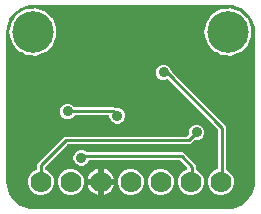
<source format=gbr>
G04 EAGLE Gerber RS-274X export*
G75*
%MOMM*%
%FSLAX34Y34*%
%LPD*%
%INBottom Copper*%
%IPPOS*%
%AMOC8*
5,1,8,0,0,1.08239X$1,22.5*%
G01*
%ADD10C,3.516000*%
%ADD11C,1.778000*%
%ADD12C,0.906400*%
%ADD13C,0.254000*%

G36*
X190522Y2543D02*
X190522Y2543D01*
X190600Y2545D01*
X193977Y2810D01*
X194045Y2824D01*
X194114Y2829D01*
X194270Y2869D01*
X200694Y4956D01*
X200801Y5006D01*
X200912Y5050D01*
X200963Y5083D01*
X200982Y5091D01*
X200997Y5104D01*
X201048Y5136D01*
X206512Y9107D01*
X206599Y9188D01*
X206646Y9227D01*
X206652Y9231D01*
X206653Y9232D01*
X206691Y9264D01*
X206729Y9310D01*
X206744Y9324D01*
X206755Y9342D01*
X206793Y9388D01*
X210764Y14852D01*
X210821Y14956D01*
X210885Y15056D01*
X210907Y15113D01*
X210917Y15131D01*
X210922Y15151D01*
X210944Y15206D01*
X213031Y21630D01*
X213044Y21698D01*
X213067Y21764D01*
X213090Y21923D01*
X213355Y25300D01*
X213355Y25304D01*
X213356Y25307D01*
X213355Y25326D01*
X213359Y25400D01*
X213359Y152400D01*
X213357Y152422D01*
X213355Y152500D01*
X213090Y155877D01*
X213076Y155945D01*
X213071Y156014D01*
X213031Y156170D01*
X210944Y162594D01*
X210893Y162701D01*
X210850Y162812D01*
X210817Y162863D01*
X210809Y162882D01*
X210796Y162897D01*
X210764Y162948D01*
X209071Y165278D01*
X209053Y165297D01*
X209039Y165320D01*
X208944Y165413D01*
X208853Y165509D01*
X208831Y165524D01*
X208812Y165542D01*
X208698Y165608D01*
X208692Y165624D01*
X208689Y165651D01*
X208640Y165775D01*
X208597Y165900D01*
X208582Y165922D01*
X208572Y165947D01*
X208486Y166083D01*
X206793Y168412D01*
X206712Y168499D01*
X206636Y168591D01*
X206590Y168629D01*
X206576Y168644D01*
X206558Y168655D01*
X206512Y168693D01*
X201048Y172664D01*
X200944Y172721D01*
X200844Y172785D01*
X200787Y172807D01*
X200769Y172817D01*
X200749Y172822D01*
X200694Y172844D01*
X194270Y174931D01*
X194202Y174944D01*
X194136Y174967D01*
X193977Y174990D01*
X190600Y175255D01*
X190578Y175254D01*
X190500Y175259D01*
X25400Y175259D01*
X25378Y175257D01*
X25300Y175255D01*
X21923Y174990D01*
X21855Y174976D01*
X21786Y174971D01*
X21630Y174931D01*
X18892Y174041D01*
X18867Y174030D01*
X18841Y174024D01*
X18724Y173963D01*
X18604Y173906D01*
X18583Y173889D01*
X18560Y173877D01*
X18462Y173789D01*
X18445Y173788D01*
X18418Y173793D01*
X18286Y173785D01*
X18153Y173783D01*
X18128Y173775D01*
X18101Y173774D01*
X17945Y173734D01*
X15206Y172844D01*
X15099Y172794D01*
X14988Y172750D01*
X14937Y172717D01*
X14918Y172709D01*
X14903Y172696D01*
X14852Y172664D01*
X9388Y168693D01*
X9301Y168612D01*
X9209Y168536D01*
X9171Y168490D01*
X9156Y168476D01*
X9145Y168458D01*
X9107Y168412D01*
X5136Y162948D01*
X5079Y162844D01*
X5015Y162744D01*
X4993Y162687D01*
X4983Y162669D01*
X4978Y162649D01*
X4956Y162594D01*
X2869Y156170D01*
X2856Y156102D01*
X2833Y156036D01*
X2810Y155877D01*
X2545Y152500D01*
X2546Y152478D01*
X2541Y152400D01*
X2541Y25400D01*
X2543Y25378D01*
X2545Y25300D01*
X2810Y21923D01*
X2824Y21855D01*
X2829Y21786D01*
X2869Y21630D01*
X4956Y15206D01*
X5006Y15099D01*
X5050Y14988D01*
X5083Y14937D01*
X5091Y14918D01*
X5104Y14903D01*
X5136Y14852D01*
X9107Y9388D01*
X9127Y9366D01*
X9138Y9348D01*
X9184Y9305D01*
X9188Y9301D01*
X9264Y9209D01*
X9310Y9171D01*
X9324Y9156D01*
X9342Y9145D01*
X9388Y9107D01*
X14596Y5322D01*
X14852Y5136D01*
X14956Y5079D01*
X15056Y5015D01*
X15113Y4993D01*
X15131Y4983D01*
X15151Y4978D01*
X15206Y4956D01*
X21630Y2869D01*
X21698Y2856D01*
X21764Y2833D01*
X21923Y2810D01*
X25300Y2545D01*
X25322Y2546D01*
X25400Y2541D01*
X190500Y2541D01*
X190522Y2543D01*
G37*
%LPC*%
G36*
X29577Y14477D02*
X29577Y14477D01*
X25563Y16140D01*
X22490Y19213D01*
X20827Y23227D01*
X20827Y27573D01*
X22490Y31587D01*
X25563Y34660D01*
X27664Y35530D01*
X27689Y35545D01*
X27717Y35554D01*
X27827Y35623D01*
X27940Y35688D01*
X27961Y35708D01*
X27986Y35724D01*
X28075Y35819D01*
X28168Y35909D01*
X28184Y35934D01*
X28204Y35956D01*
X28267Y36069D01*
X28335Y36180D01*
X28343Y36208D01*
X28358Y36234D01*
X28390Y36360D01*
X28428Y36484D01*
X28430Y36513D01*
X28437Y36542D01*
X28447Y36703D01*
X28447Y40738D01*
X51464Y63755D01*
X155078Y63755D01*
X155176Y63767D01*
X155275Y63770D01*
X155334Y63787D01*
X155394Y63795D01*
X155486Y63831D01*
X155581Y63859D01*
X155633Y63889D01*
X155689Y63912D01*
X155769Y63970D01*
X155855Y64020D01*
X155930Y64086D01*
X155947Y64098D01*
X155955Y64108D01*
X155976Y64126D01*
X156894Y65044D01*
X156954Y65123D01*
X157022Y65195D01*
X157051Y65248D01*
X157088Y65296D01*
X157128Y65387D01*
X157176Y65473D01*
X157191Y65532D01*
X157215Y65587D01*
X157230Y65685D01*
X157255Y65781D01*
X157261Y65881D01*
X157265Y65902D01*
X157263Y65914D01*
X157265Y65942D01*
X157265Y68616D01*
X158265Y71029D01*
X160111Y72875D01*
X162524Y73875D01*
X165136Y73875D01*
X167549Y72875D01*
X169395Y71029D01*
X170395Y68616D01*
X170395Y66004D01*
X169395Y63591D01*
X167549Y61745D01*
X165136Y60745D01*
X162462Y60745D01*
X162364Y60733D01*
X162265Y60730D01*
X162206Y60713D01*
X162146Y60705D01*
X162054Y60669D01*
X161959Y60641D01*
X161907Y60611D01*
X161851Y60588D01*
X161771Y60530D01*
X161685Y60480D01*
X161610Y60414D01*
X161593Y60402D01*
X161585Y60392D01*
X161564Y60374D01*
X158340Y57149D01*
X54726Y57149D01*
X54628Y57137D01*
X54529Y57134D01*
X54470Y57117D01*
X54410Y57109D01*
X54318Y57073D01*
X54223Y57045D01*
X54171Y57015D01*
X54115Y56992D01*
X54035Y56934D01*
X53949Y56884D01*
X53874Y56818D01*
X53857Y56806D01*
X53849Y56796D01*
X53828Y56778D01*
X35424Y38374D01*
X35364Y38295D01*
X35296Y38223D01*
X35267Y38170D01*
X35230Y38122D01*
X35190Y38031D01*
X35142Y37945D01*
X35127Y37886D01*
X35103Y37831D01*
X35088Y37733D01*
X35063Y37637D01*
X35057Y37537D01*
X35053Y37516D01*
X35055Y37504D01*
X35053Y37476D01*
X35053Y36703D01*
X35056Y36673D01*
X35054Y36644D01*
X35076Y36516D01*
X35093Y36387D01*
X35103Y36360D01*
X35108Y36331D01*
X35162Y36212D01*
X35210Y36091D01*
X35227Y36068D01*
X35239Y36041D01*
X35320Y35939D01*
X35396Y35834D01*
X35419Y35815D01*
X35438Y35792D01*
X35541Y35714D01*
X35641Y35631D01*
X35668Y35619D01*
X35692Y35601D01*
X35836Y35530D01*
X37937Y34660D01*
X41010Y31587D01*
X42673Y27573D01*
X42673Y23227D01*
X41010Y19213D01*
X37937Y16140D01*
X33923Y14477D01*
X29577Y14477D01*
G37*
%LPD*%
%LPC*%
G36*
X23676Y132780D02*
X23676Y132780D01*
X23658Y132780D01*
X23543Y132787D01*
X21499Y132787D01*
X20951Y133014D01*
X20853Y133041D01*
X20757Y133077D01*
X20665Y133092D01*
X20644Y133098D01*
X20631Y133098D01*
X20598Y133104D01*
X19179Y133253D01*
X16215Y134964D01*
X16212Y134965D01*
X16210Y134967D01*
X16066Y135038D01*
X14290Y135773D01*
X13693Y136370D01*
X13626Y136422D01*
X13565Y136483D01*
X13451Y136558D01*
X13442Y136565D01*
X13438Y136567D01*
X13431Y136572D01*
X11929Y137439D01*
X10139Y139903D01*
X10126Y139917D01*
X10116Y139933D01*
X10009Y140054D01*
X8773Y141290D01*
X8357Y142296D01*
X8322Y142356D01*
X8297Y142420D01*
X8211Y142556D01*
X7008Y144211D01*
X6447Y146850D01*
X6436Y146883D01*
X6431Y146919D01*
X6379Y147071D01*
X5787Y148499D01*
X5787Y149822D01*
X5781Y149874D01*
X5783Y149926D01*
X5760Y150086D01*
X5268Y152400D01*
X5760Y154714D01*
X5764Y154767D01*
X5777Y154818D01*
X5787Y154978D01*
X5787Y156301D01*
X6379Y157729D01*
X6388Y157763D01*
X6404Y157795D01*
X6447Y157950D01*
X7008Y160589D01*
X8211Y162244D01*
X8244Y162305D01*
X8286Y162360D01*
X8357Y162504D01*
X8773Y163510D01*
X10009Y164746D01*
X10021Y164761D01*
X10036Y164773D01*
X10139Y164897D01*
X11929Y167361D01*
X13431Y168228D01*
X13499Y168280D01*
X13573Y168324D01*
X13675Y168414D01*
X13684Y168421D01*
X13687Y168424D01*
X13693Y168430D01*
X14290Y169027D01*
X16066Y169762D01*
X16068Y169764D01*
X16070Y169764D01*
X16215Y169836D01*
X18972Y171428D01*
X18993Y171444D01*
X19017Y171455D01*
X19120Y171540D01*
X19166Y171575D01*
X19203Y171568D01*
X19229Y171569D01*
X19256Y171565D01*
X19416Y171572D01*
X20598Y171696D01*
X20698Y171720D01*
X20799Y171734D01*
X20887Y171764D01*
X20908Y171769D01*
X20920Y171775D01*
X20951Y171786D01*
X21499Y172013D01*
X23543Y172013D01*
X23560Y172015D01*
X23676Y172020D01*
X27504Y172422D01*
X28573Y172075D01*
X28690Y172053D01*
X28805Y172023D01*
X28865Y172019D01*
X28885Y172015D01*
X28906Y172017D01*
X28965Y172013D01*
X29301Y172013D01*
X31209Y171223D01*
X31230Y171217D01*
X31302Y171188D01*
X35466Y169835D01*
X36078Y169285D01*
X36188Y169208D01*
X36297Y169126D01*
X36327Y169111D01*
X36339Y169103D01*
X36359Y169096D01*
X36441Y169055D01*
X36510Y169027D01*
X37805Y167732D01*
X37819Y167721D01*
X37853Y167686D01*
X41687Y164234D01*
X41900Y163756D01*
X41979Y163626D01*
X42250Y162972D01*
X42255Y162963D01*
X42263Y162941D01*
X45092Y156586D01*
X45092Y148214D01*
X42263Y141859D01*
X42260Y141849D01*
X42250Y141828D01*
X41994Y141211D01*
X41975Y141187D01*
X41970Y141179D01*
X41968Y141175D01*
X41963Y141165D01*
X41900Y141044D01*
X41687Y140566D01*
X37853Y137114D01*
X37841Y137100D01*
X37804Y137068D01*
X36510Y135773D01*
X36441Y135745D01*
X36324Y135678D01*
X36204Y135615D01*
X36177Y135594D01*
X36165Y135587D01*
X36149Y135572D01*
X36078Y135515D01*
X35466Y134965D01*
X31302Y133612D01*
X31283Y133603D01*
X31209Y133577D01*
X29301Y132787D01*
X28965Y132787D01*
X28848Y132772D01*
X28729Y132765D01*
X28670Y132750D01*
X28650Y132747D01*
X28631Y132740D01*
X28573Y132725D01*
X27504Y132378D01*
X23676Y132780D01*
G37*
%LPD*%
%LPC*%
G36*
X188776Y132780D02*
X188776Y132780D01*
X188758Y132780D01*
X188643Y132787D01*
X186599Y132787D01*
X186051Y133014D01*
X185952Y133041D01*
X185857Y133077D01*
X185765Y133092D01*
X185744Y133098D01*
X185731Y133098D01*
X185698Y133104D01*
X184279Y133253D01*
X181315Y134964D01*
X181313Y134965D01*
X181310Y134967D01*
X181166Y135038D01*
X179390Y135773D01*
X178793Y136370D01*
X178726Y136422D01*
X178665Y136483D01*
X178551Y136558D01*
X178542Y136565D01*
X178538Y136567D01*
X178531Y136572D01*
X177029Y137439D01*
X175239Y139903D01*
X175226Y139917D01*
X175216Y139933D01*
X175109Y140054D01*
X173873Y141290D01*
X173457Y142296D01*
X173422Y142356D01*
X173397Y142420D01*
X173311Y142556D01*
X172108Y144211D01*
X171547Y146849D01*
X171536Y146883D01*
X171531Y146919D01*
X171479Y147071D01*
X170887Y148499D01*
X170887Y149822D01*
X170881Y149874D01*
X170883Y149926D01*
X170860Y150086D01*
X170368Y152400D01*
X170860Y154714D01*
X170864Y154767D01*
X170877Y154817D01*
X170887Y154978D01*
X170887Y156301D01*
X171479Y157729D01*
X171488Y157763D01*
X171504Y157795D01*
X171547Y157951D01*
X172108Y160589D01*
X173311Y162244D01*
X173344Y162305D01*
X173386Y162360D01*
X173457Y162504D01*
X173873Y163510D01*
X175109Y164746D01*
X175121Y164761D01*
X175136Y164773D01*
X175239Y164897D01*
X177029Y167361D01*
X178531Y168228D01*
X178599Y168280D01*
X178673Y168324D01*
X178775Y168414D01*
X178784Y168421D01*
X178787Y168424D01*
X178793Y168430D01*
X179390Y169027D01*
X181166Y169762D01*
X181168Y169764D01*
X181171Y169764D01*
X181315Y169836D01*
X184279Y171547D01*
X185698Y171696D01*
X185798Y171720D01*
X185899Y171734D01*
X185987Y171764D01*
X186008Y171769D01*
X186020Y171775D01*
X186051Y171786D01*
X186599Y172013D01*
X188643Y172013D01*
X188660Y172015D01*
X188776Y172020D01*
X192604Y172422D01*
X193673Y172075D01*
X193790Y172053D01*
X193905Y172023D01*
X193965Y172019D01*
X193985Y172015D01*
X194006Y172017D01*
X194065Y172013D01*
X194401Y172013D01*
X196309Y171222D01*
X196330Y171217D01*
X196403Y171188D01*
X200566Y169835D01*
X201178Y169285D01*
X201289Y169207D01*
X201397Y169126D01*
X201427Y169111D01*
X201439Y169103D01*
X201459Y169096D01*
X201541Y169055D01*
X201610Y169027D01*
X202905Y167732D01*
X202919Y167721D01*
X202953Y167686D01*
X206610Y164393D01*
X206632Y164378D01*
X206650Y164359D01*
X206762Y164288D01*
X206810Y164254D01*
X206814Y164217D01*
X206824Y164192D01*
X206829Y164166D01*
X206885Y164015D01*
X207000Y163756D01*
X207079Y163626D01*
X207350Y162971D01*
X207355Y162962D01*
X207363Y162941D01*
X210192Y156586D01*
X210192Y148214D01*
X207363Y141859D01*
X207360Y141849D01*
X207350Y141829D01*
X207094Y141211D01*
X207075Y141187D01*
X207070Y141179D01*
X207068Y141175D01*
X207063Y141164D01*
X207000Y141044D01*
X206787Y140566D01*
X202953Y137114D01*
X202941Y137100D01*
X202905Y137068D01*
X201610Y135773D01*
X201541Y135745D01*
X201424Y135678D01*
X201304Y135615D01*
X201277Y135594D01*
X201265Y135587D01*
X201250Y135572D01*
X201178Y135515D01*
X200566Y134965D01*
X196402Y133612D01*
X196383Y133603D01*
X196309Y133577D01*
X194401Y132787D01*
X194065Y132787D01*
X193947Y132772D01*
X193829Y132765D01*
X193770Y132750D01*
X193750Y132747D01*
X193731Y132740D01*
X193673Y132725D01*
X192604Y132378D01*
X188776Y132780D01*
G37*
%LPD*%
%LPC*%
G36*
X181977Y14477D02*
X181977Y14477D01*
X177963Y16140D01*
X174890Y19213D01*
X173227Y23227D01*
X173227Y27573D01*
X174890Y31587D01*
X177963Y34660D01*
X181334Y36056D01*
X181359Y36071D01*
X181387Y36080D01*
X181497Y36149D01*
X181610Y36214D01*
X181631Y36234D01*
X181656Y36250D01*
X181745Y36344D01*
X181838Y36435D01*
X181854Y36460D01*
X181874Y36482D01*
X181937Y36595D01*
X182005Y36706D01*
X182013Y36734D01*
X182028Y36760D01*
X182060Y36886D01*
X182098Y37010D01*
X182100Y37039D01*
X182107Y37068D01*
X182117Y37229D01*
X182117Y69226D01*
X182105Y69324D01*
X182102Y69423D01*
X182085Y69482D01*
X182077Y69542D01*
X182041Y69634D01*
X182013Y69729D01*
X181983Y69781D01*
X181960Y69837D01*
X181902Y69917D01*
X181852Y70003D01*
X181786Y70078D01*
X181774Y70095D01*
X181764Y70103D01*
X181746Y70124D01*
X140007Y111862D01*
X139984Y111880D01*
X139965Y111902D01*
X139859Y111977D01*
X139756Y112057D01*
X139729Y112068D01*
X139705Y112085D01*
X139584Y112131D01*
X139464Y112183D01*
X139435Y112188D01*
X139408Y112198D01*
X139279Y112213D01*
X139150Y112233D01*
X139121Y112230D01*
X139091Y112233D01*
X138963Y112215D01*
X138834Y112203D01*
X138806Y112193D01*
X138777Y112189D01*
X138624Y112137D01*
X137196Y111545D01*
X134584Y111545D01*
X132171Y112545D01*
X130325Y114391D01*
X129325Y116804D01*
X129325Y119416D01*
X130325Y121829D01*
X132171Y123675D01*
X134584Y124675D01*
X137196Y124675D01*
X139609Y123675D01*
X141455Y121829D01*
X142455Y119416D01*
X142455Y119282D01*
X142467Y119184D01*
X142470Y119085D01*
X142487Y119026D01*
X142495Y118966D01*
X142531Y118874D01*
X142559Y118779D01*
X142589Y118727D01*
X142612Y118671D01*
X142670Y118591D01*
X142720Y118505D01*
X142786Y118430D01*
X142798Y118413D01*
X142808Y118405D01*
X142826Y118384D01*
X188723Y72488D01*
X188723Y36177D01*
X188726Y36147D01*
X188724Y36118D01*
X188746Y35990D01*
X188763Y35861D01*
X188773Y35834D01*
X188778Y35805D01*
X188832Y35686D01*
X188880Y35565D01*
X188897Y35542D01*
X188909Y35515D01*
X188990Y35413D01*
X189066Y35308D01*
X189089Y35289D01*
X189108Y35266D01*
X189211Y35188D01*
X189311Y35105D01*
X189338Y35093D01*
X189362Y35075D01*
X189506Y35004D01*
X190337Y34660D01*
X193410Y31587D01*
X195073Y27573D01*
X195073Y23227D01*
X193410Y19213D01*
X190337Y16140D01*
X186323Y14477D01*
X181977Y14477D01*
G37*
%LPD*%
%LPC*%
G36*
X156577Y14477D02*
X156577Y14477D01*
X152563Y16140D01*
X149490Y19213D01*
X147827Y23227D01*
X147827Y27573D01*
X149490Y31587D01*
X152563Y34660D01*
X155211Y35757D01*
X155254Y35781D01*
X155301Y35798D01*
X155391Y35860D01*
X155487Y35914D01*
X155523Y35949D01*
X155564Y35977D01*
X155636Y36059D01*
X155715Y36135D01*
X155741Y36178D01*
X155774Y36215D01*
X155824Y36313D01*
X155882Y36407D01*
X155896Y36454D01*
X155919Y36498D01*
X155943Y36606D01*
X155975Y36711D01*
X155978Y36760D01*
X155988Y36809D01*
X155985Y36919D01*
X155990Y37028D01*
X155980Y37077D01*
X155979Y37126D01*
X155948Y37232D01*
X155926Y37340D01*
X155904Y37384D01*
X155890Y37432D01*
X155835Y37526D01*
X155786Y37625D01*
X155754Y37663D01*
X155729Y37706D01*
X155622Y37827D01*
X150134Y43316D01*
X150055Y43376D01*
X149983Y43444D01*
X149930Y43473D01*
X149882Y43510D01*
X149791Y43550D01*
X149705Y43598D01*
X149646Y43613D01*
X149591Y43637D01*
X149493Y43652D01*
X149397Y43677D01*
X149297Y43683D01*
X149276Y43687D01*
X149264Y43685D01*
X149236Y43687D01*
X73152Y43687D01*
X73122Y43684D01*
X73093Y43686D01*
X72965Y43664D01*
X72836Y43647D01*
X72809Y43637D01*
X72780Y43632D01*
X72661Y43578D01*
X72540Y43530D01*
X72517Y43513D01*
X72490Y43501D01*
X72388Y43420D01*
X72283Y43344D01*
X72264Y43321D01*
X72241Y43302D01*
X72163Y43199D01*
X72080Y43099D01*
X72068Y43072D01*
X72050Y43048D01*
X71979Y42904D01*
X71605Y42001D01*
X69759Y40155D01*
X67346Y39155D01*
X64734Y39155D01*
X62321Y40155D01*
X60475Y42001D01*
X59475Y44414D01*
X59475Y47026D01*
X60475Y49439D01*
X62321Y51285D01*
X64734Y52285D01*
X67346Y52285D01*
X69759Y51285D01*
X70379Y50664D01*
X70458Y50604D01*
X70530Y50536D01*
X70583Y50507D01*
X70631Y50470D01*
X70722Y50430D01*
X70808Y50382D01*
X70867Y50367D01*
X70923Y50343D01*
X71021Y50328D01*
X71116Y50303D01*
X71216Y50297D01*
X71237Y50293D01*
X71249Y50295D01*
X71277Y50293D01*
X152498Y50293D01*
X163323Y39468D01*
X163323Y36177D01*
X163326Y36147D01*
X163324Y36118D01*
X163346Y35990D01*
X163363Y35861D01*
X163373Y35834D01*
X163378Y35805D01*
X163432Y35686D01*
X163480Y35565D01*
X163497Y35542D01*
X163509Y35515D01*
X163590Y35413D01*
X163666Y35308D01*
X163689Y35289D01*
X163708Y35266D01*
X163811Y35188D01*
X163911Y35105D01*
X163938Y35093D01*
X163962Y35075D01*
X164106Y35004D01*
X164937Y34660D01*
X168010Y31587D01*
X169673Y27573D01*
X169673Y23227D01*
X168010Y19213D01*
X164937Y16140D01*
X160923Y14477D01*
X156577Y14477D01*
G37*
%LPD*%
%LPC*%
G36*
X95214Y74715D02*
X95214Y74715D01*
X92801Y75715D01*
X90955Y77561D01*
X89955Y79974D01*
X89955Y80518D01*
X89940Y80636D01*
X89933Y80755D01*
X89920Y80793D01*
X89915Y80834D01*
X89872Y80944D01*
X89835Y81057D01*
X89813Y81092D01*
X89798Y81129D01*
X89729Y81225D01*
X89665Y81326D01*
X89635Y81354D01*
X89612Y81387D01*
X89520Y81463D01*
X89433Y81544D01*
X89398Y81564D01*
X89367Y81589D01*
X89259Y81640D01*
X89155Y81698D01*
X89115Y81708D01*
X89079Y81725D01*
X88962Y81747D01*
X88847Y81777D01*
X88787Y81781D01*
X88767Y81785D01*
X88746Y81783D01*
X88686Y81787D01*
X61163Y81787D01*
X61065Y81775D01*
X60966Y81772D01*
X60908Y81755D01*
X60847Y81747D01*
X60755Y81711D01*
X60660Y81683D01*
X60608Y81653D01*
X60552Y81630D01*
X60472Y81572D01*
X60386Y81522D01*
X60311Y81456D01*
X60294Y81444D01*
X60287Y81434D01*
X60265Y81416D01*
X58375Y79525D01*
X55962Y78525D01*
X53350Y78525D01*
X50937Y79525D01*
X49091Y81371D01*
X48091Y83784D01*
X48091Y86396D01*
X49091Y88809D01*
X50937Y90655D01*
X53350Y91655D01*
X55962Y91655D01*
X58375Y90655D01*
X60265Y88764D01*
X60344Y88704D01*
X60416Y88636D01*
X60469Y88607D01*
X60517Y88570D01*
X60608Y88530D01*
X60694Y88482D01*
X60753Y88467D01*
X60809Y88443D01*
X60907Y88428D01*
X61002Y88403D01*
X61102Y88397D01*
X61123Y88393D01*
X61135Y88395D01*
X61163Y88393D01*
X94078Y88393D01*
X94254Y88216D01*
X94333Y88156D01*
X94405Y88088D01*
X94458Y88059D01*
X94506Y88022D01*
X94597Y87982D01*
X94683Y87934D01*
X94742Y87919D01*
X94797Y87895D01*
X94895Y87880D01*
X94991Y87855D01*
X95091Y87849D01*
X95112Y87845D01*
X95124Y87847D01*
X95152Y87845D01*
X97826Y87845D01*
X100239Y86845D01*
X102085Y84999D01*
X103085Y82586D01*
X103085Y79974D01*
X102085Y77561D01*
X100239Y75715D01*
X97826Y74715D01*
X95214Y74715D01*
G37*
%LPD*%
%LPC*%
G36*
X131177Y14477D02*
X131177Y14477D01*
X127163Y16140D01*
X124090Y19213D01*
X122427Y23227D01*
X122427Y27573D01*
X124090Y31587D01*
X127163Y34660D01*
X131177Y36323D01*
X135523Y36323D01*
X139537Y34660D01*
X142610Y31587D01*
X144273Y27573D01*
X144273Y23227D01*
X142610Y19213D01*
X139537Y16140D01*
X135523Y14477D01*
X131177Y14477D01*
G37*
%LPD*%
%LPC*%
G36*
X105777Y14477D02*
X105777Y14477D01*
X101763Y16140D01*
X98690Y19213D01*
X97027Y23227D01*
X97027Y27573D01*
X98690Y31587D01*
X101763Y34660D01*
X105777Y36323D01*
X110123Y36323D01*
X114137Y34660D01*
X117210Y31587D01*
X118873Y27573D01*
X118873Y23227D01*
X117210Y19213D01*
X114137Y16140D01*
X110123Y14477D01*
X105777Y14477D01*
G37*
%LPD*%
%LPC*%
G36*
X54977Y14477D02*
X54977Y14477D01*
X50963Y16140D01*
X47890Y19213D01*
X46227Y23227D01*
X46227Y27573D01*
X47890Y31587D01*
X50963Y34660D01*
X54977Y36323D01*
X59323Y36323D01*
X63337Y34660D01*
X66410Y31587D01*
X68073Y27573D01*
X68073Y23227D01*
X66410Y19213D01*
X63337Y16140D01*
X59323Y14477D01*
X54977Y14477D01*
G37*
%LPD*%
%LPC*%
G36*
X85049Y27899D02*
X85049Y27899D01*
X85049Y36577D01*
X85227Y36549D01*
X86938Y35993D01*
X88541Y35177D01*
X89997Y34119D01*
X91269Y32847D01*
X92327Y31391D01*
X93143Y29788D01*
X93699Y28077D01*
X93727Y27899D01*
X85049Y27899D01*
G37*
%LPD*%
%LPC*%
G36*
X71373Y27899D02*
X71373Y27899D01*
X71401Y28077D01*
X71957Y29788D01*
X72773Y31391D01*
X73831Y32847D01*
X75103Y34119D01*
X76559Y35177D01*
X78162Y35993D01*
X79873Y36549D01*
X80051Y36577D01*
X80051Y27899D01*
X71373Y27899D01*
G37*
%LPD*%
%LPC*%
G36*
X85049Y22901D02*
X85049Y22901D01*
X93727Y22901D01*
X93699Y22723D01*
X93143Y21012D01*
X92327Y19409D01*
X91269Y17953D01*
X89997Y16681D01*
X88541Y15623D01*
X86938Y14807D01*
X85227Y14251D01*
X85049Y14223D01*
X85049Y22901D01*
G37*
%LPD*%
%LPC*%
G36*
X79873Y14251D02*
X79873Y14251D01*
X78162Y14807D01*
X76559Y15623D01*
X75103Y16681D01*
X73831Y17953D01*
X72773Y19409D01*
X71957Y21012D01*
X71401Y22723D01*
X71373Y22901D01*
X80051Y22901D01*
X80051Y14223D01*
X79873Y14251D01*
G37*
%LPD*%
D10*
X25400Y152400D03*
X190500Y152400D03*
D11*
X31750Y25400D03*
X57150Y25400D03*
X82550Y25400D03*
X107950Y25400D03*
X133350Y25400D03*
X158750Y25400D03*
X184150Y25400D03*
D12*
X181610Y113030D03*
X133350Y71120D03*
X86360Y73660D03*
X100330Y93980D03*
X181610Y90170D03*
X10160Y105410D03*
X11430Y63500D03*
D13*
X160020Y38100D02*
X160020Y26670D01*
X158750Y25400D01*
X160020Y38100D02*
X151130Y46990D01*
X67310Y46990D01*
X66040Y45720D01*
D12*
X66040Y45720D03*
D13*
X184150Y25400D02*
X185420Y26670D01*
X185420Y71120D01*
X138430Y118110D01*
X135890Y118110D01*
D12*
X135890Y118110D03*
X96520Y81280D03*
D13*
X92710Y85090D01*
X54656Y85090D01*
D12*
X54656Y85090D03*
X163830Y67310D03*
D13*
X156972Y60452D01*
X52832Y60452D02*
X31750Y39370D01*
X31750Y25400D01*
X52832Y60452D02*
X156972Y60452D01*
M02*

</source>
